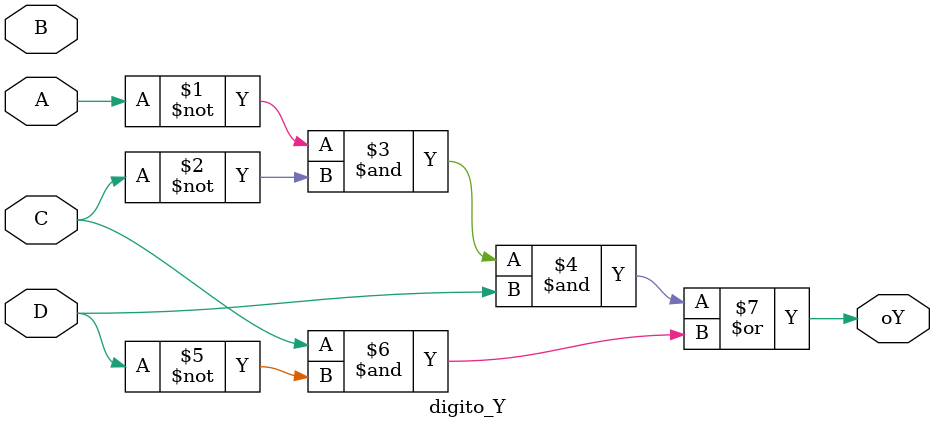
<source format=v>
module digito_Y (
    input A, input B, input C, input D, output oY
);
    assign oY  = ~A & ~C & D | C & ~D;

endmodule
</source>
